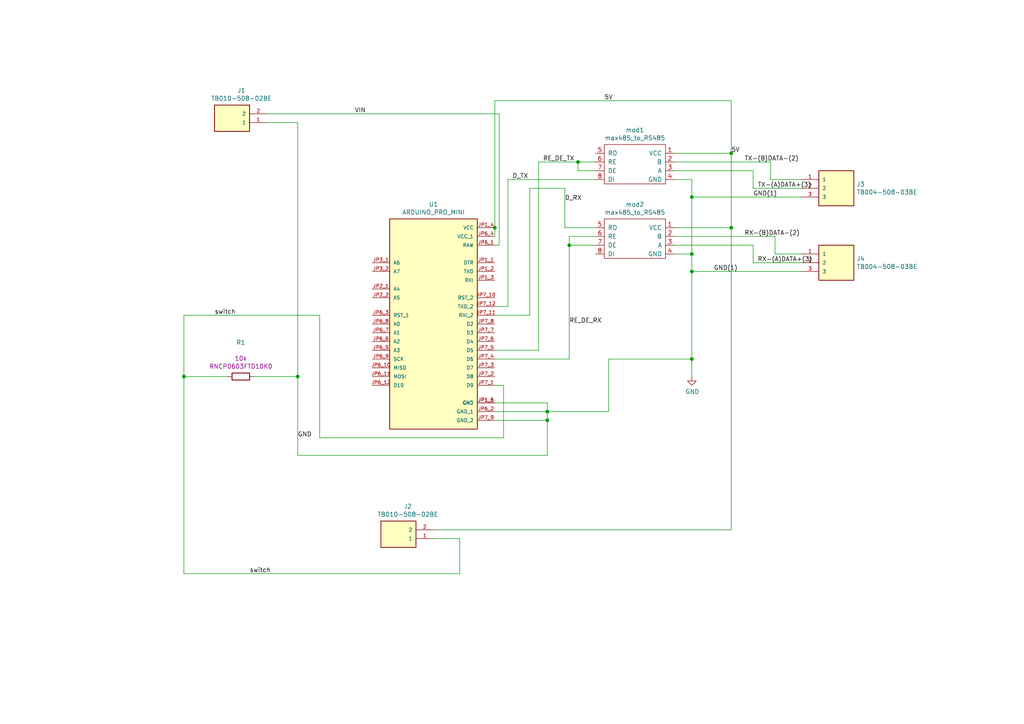
<source format=kicad_sch>
(kicad_sch (version 20230121) (generator eeschema)
  (paper "A4")
  (lib_symbols
    (symbol "dmx_interceptor:ARDUINO_PRO_MINI" (pin_names (offset 1.016))
      (property "Reference" "U" (at -12.7 31.75 0))
      (property "Value" "ARDUINO_PRO_MINI" (at -12.7 -33.02 0))
      (symbol "ARDUINO_PRO_MINI_0_0"
        (rectangle (start -12.7 -30.48) (end 12.7 30.48) (stroke (width 0.254)) (fill (type background)))
        (pin input line (at 17.78 17.78 180) (length 5.08) (name "DTR") (number "JP1_1"))
        (pin bidirectional line (at 17.78 15.24 180) (length 5.08) (name "TXO") (number "JP1_2"))
        (pin bidirectional line (at 17.78 12.7 180) (length 5.08) (name "RXI") (number "JP1_3"))
        (pin power_in line (at 17.78 27.94 180) (length 5.08) (name "VCC") (number "JP1_4"))
        (pin power_in line (at 17.78 -22.86 180) (length 5.08) (name "GND") (number "JP1_5"))
        (pin power_in line (at 17.78 -22.86 180) (length 5.08) (name "GND") (number "JP1_6"))
        (pin bidirectional line (at -17.78 10.16 0) (length 5.08) (name "A4") (number "JP2_1"))
        (pin bidirectional line (at -17.78 7.62 0) (length 5.08) (name "A5") (number "JP2_2"))
        (pin input line (at -17.78 17.78 0) (length 5.08) (name "A6") (number "JP3_1"))
        (pin input line (at -17.78 15.24 0) (length 5.08) (name "A7") (number "JP3_2"))
        (pin power_in line (at 17.78 22.86 180) (length 5.08) (name "RAW") (number "JP6_1"))
        (pin bidirectional line (at -17.78 -12.7 0) (length 5.08) (name "MISO") (number "JP6_10"))
        (pin bidirectional line (at -17.78 -15.24 0) (length 5.08) (name "MOSI") (number "JP6_11"))
        (pin bidirectional line (at -17.78 -17.78 0) (length 5.08) (name "D10") (number "JP6_12"))
        (pin power_in line (at 17.78 -25.4 180) (length 5.08) (name "GND_1") (number "JP6_2"))
        (pin input line (at -17.78 2.54 0) (length 5.08) (name "RST_1") (number "JP6_3"))
        (pin power_in line (at 17.78 25.4 180) (length 5.08) (name "VCC_1") (number "JP6_4"))
        (pin bidirectional line (at -17.78 -7.62 0) (length 5.08) (name "A3") (number "JP6_5"))
        (pin bidirectional line (at -17.78 -5.08 0) (length 5.08) (name "A2") (number "JP6_6"))
        (pin bidirectional line (at -17.78 -2.54 0) (length 5.08) (name "A1") (number "JP6_7"))
        (pin bidirectional line (at -17.78 0 0) (length 5.08) (name "A0") (number "JP6_8"))
        (pin bidirectional line (at -17.78 -10.16 0) (length 5.08) (name "SCK") (number "JP6_9"))
        (pin bidirectional line (at 17.78 -17.78 180) (length 5.08) (name "D9") (number "JP7_1"))
        (pin input line (at 17.78 7.62 180) (length 5.08) (name "RST_2") (number "JP7_10"))
        (pin bidirectional line (at 17.78 2.54 180) (length 5.08) (name "RXI_2") (number "JP7_11"))
        (pin bidirectional line (at 17.78 5.08 180) (length 5.08) (name "TXO_2") (number "JP7_12"))
        (pin bidirectional line (at 17.78 -15.24 180) (length 5.08) (name "D8") (number "JP7_2"))
        (pin bidirectional line (at 17.78 -12.7 180) (length 5.08) (name "D7") (number "JP7_3"))
        (pin bidirectional line (at 17.78 -10.16 180) (length 5.08) (name "D6") (number "JP7_4"))
        (pin bidirectional line (at 17.78 -7.62 180) (length 5.08) (name "D5") (number "JP7_5"))
        (pin bidirectional line (at 17.78 -5.08 180) (length 5.08) (name "D4") (number "JP7_6"))
        (pin bidirectional line (at 17.78 -2.54 180) (length 5.08) (name "D3") (number "JP7_7"))
        (pin bidirectional line (at 17.78 0 180) (length 5.08) (name "D2") (number "JP7_8"))
        (pin power_in line (at 17.78 -27.94 180) (length 5.08) (name "GND_2") (number "JP7_9"))
      )
    )
    (symbol "dmx_interceptor:R-generic" (pin_numbers hide) (pin_names (offset 0) hide)
      (property "Reference" "R" (at 2.032 0 90))
      (symbol "R-generic_0_1"
        (rectangle (start -1.016 -2.54) (end 1.016 2.54) (stroke (width 0.254)))
      )
      (symbol "R-generic_1_1"
        (pin passive line (at 0 3.81 270) (length 1.27) (name "~") (number "1"))
        (pin passive line (at 0 -3.81 90) (length 1.27) (name "~") (number "2"))
      )
    )
    (symbol "dmx_interceptor:TB004-508-03BE" (pin_names (offset 1.016))
      (property "Reference" "J" (at -5.588 5.08 0))
      (property "Value" "TB004-508-03BE" (at -5.08 -7.62 0))
      (symbol "TB004-508-03BE_0_0"
        (rectangle (start -5.08 -5.08) (end 5.08 5.08) (stroke (width 0.254)) (fill (type background)))
        (pin passive line (at -10.16 2.54 0) (length 5.08) (name "1") (number "1"))
        (pin passive line (at -10.16 0 0) (length 5.08) (name "2") (number "2"))
        (pin passive line (at -10.16 -2.54 0) (length 5.08) (name "3") (number "3"))
      )
    )
    (symbol "dmx_interceptor:TB010-508-02BE" (pin_names (offset 1.016))
      (property "Reference" "J" (at -5.588 5.08 0))
      (property "Value" "TB010-508-02BE" (at -5.08 -5.08 0))
      (symbol "TB010-508-02BE_0_0"
        (rectangle (start -5.08 -2.54) (end 5.08 5.08) (stroke (width 0.254)) (fill (type background)))
        (pin passive line (at -10.16 2.54 0) (length 5.08) (name "1") (number "1"))
        (pin passive line (at -10.16 0 0) (length 5.08) (name "2") (number "2"))
      )
    )
    (symbol "dmx_interceptor:max485_to_RS485" (pin_names (offset 1.016))
      (property "Reference" "mod" (at -6.35 -1.27 0))
      (property "Value" "max485_to_RS485" (at 0 12.7 0))
      (symbol "max485_to_RS485_0_1"
        (rectangle (start -8.89 0) (end 8.89 11.43))
      )
      (symbol "max485_to_RS485_1_1"
        (pin input line (at 11.43 8.89 180) (length 2.54) (name "VCC") (number "1"))
        (pin bidirectional line (at 11.43 6.35 180) (length 2.54) (name "B") (number "2"))
        (pin bidirectional line (at 11.43 3.81 180) (length 2.54) (name "A") (number "3"))
        (pin bidirectional line (at 11.43 1.27 180) (length 2.54) (name "GND") (number "4"))
        (pin bidirectional line (at -11.43 8.89 0) (length 2.54) (name "RO") (number "5"))
        (pin bidirectional line (at -11.43 6.35 0) (length 2.54) (name "RE") (number "6"))
        (pin bidirectional line (at -11.43 3.81 0) (length 2.54) (name "DE") (number "7"))
        (pin bidirectional line (at -11.43 1.27 0) (length 2.54) (name "DI") (number "8"))
      )
    )
    (symbol "power:GND" (power) (pin_names (offset 0))
      (property "Value" "GND" (at 0 -3.81 0))
      (symbol "GND_0_1"
        (polyline (pts (xy 0 0) (xy 0 -1.27) (xy 1.27 -1.27) (xy 0 -2.54) (xy -1.27 -1.27) (xy 0 -1.27)))
      )
      (symbol "GND_1_1"
        (pin power_in line (at 0 0 270) (length 0) hide (name "GND") (number "1"))
      )
    )
  )
  (junction (at 143.51 66.04))
  (junction (at 200.66 73.66))
  (junction (at 158.75 119.38))
  (junction (at 212.09 66.04))
  (junction (at 158.75 121.92))
  (junction (at 167.64 46.99))
  (junction (at 200.66 78.74))
  (junction (at 53.34 109.22))
  (junction (at 200.66 104.14))
  (junction (at 165.1 71.12))
  (junction (at 212.09 44.45))
  (junction (at 86.36 109.22))
  (junction (at 200.66 57.15))
  (wire (pts (xy 153.67 91.44) (xy 153.67 54.61)))
  (wire (pts (xy 176.53 104.14) (xy 176.53 119.38)))
  (wire (pts (xy 86.36 35.56) (xy 86.36 109.22)))
  (wire (pts (xy 147.32 52.07) (xy 147.32 88.9)))
  (wire (pts (xy 195.58 68.58) (xy 224.79 68.58)))
  (wire (pts (xy 92.71 91.44) (xy 92.71 127)))
  (wire (pts (xy 223.52 52.07) (xy 232.41 52.07)))
  (wire (pts (xy 163.83 66.04) (xy 172.72 66.04)))
  (wire (pts (xy 195.58 52.07) (xy 200.66 52.07)))
  (wire (pts (xy 195.58 49.53) (xy 218.44 49.53)))
  (wire (pts (xy 144.78 33.02) (xy 144.78 71.12)))
  (wire (pts (xy 133.35 156.21) (xy 133.35 166.37)))
  (wire (pts (xy 176.53 119.38) (xy 158.75 119.38)))
  (wire (pts (xy 143.51 29.21) (xy 143.51 66.04)))
  (wire (pts (xy 212.09 66.04) (xy 195.58 66.04)))
  (wire (pts (xy 212.09 66.04) (xy 212.09 153.67)))
  (wire (pts (xy 218.44 71.12) (xy 218.44 76.2)))
  (wire (pts (xy 200.66 109.22) (xy 200.66 104.14)))
  (wire (pts (xy 133.35 166.37) (xy 53.34 166.37)))
  (wire (pts (xy 143.51 121.92) (xy 158.75 121.92)))
  (wire (pts (xy 143.51 91.44) (xy 153.67 91.44)))
  (wire (pts (xy 218.44 54.61) (xy 232.41 54.61)))
  (wire (pts (xy 200.66 78.74) (xy 200.66 73.66)))
  (wire (pts (xy 223.52 52.07) (xy 223.52 46.99)))
  (wire (pts (xy 232.41 78.74) (xy 200.66 78.74)))
  (wire (pts (xy 143.51 66.04) (xy 143.51 68.58)))
  (wire (pts (xy 232.41 57.15) (xy 200.66 57.15)))
  (wire (pts (xy 224.79 68.58) (xy 224.79 73.66)))
  (wire (pts (xy 218.44 76.2) (xy 232.41 76.2)))
  (wire (pts (xy 172.72 52.07) (xy 147.32 52.07)))
  (wire (pts (xy 77.47 35.56) (xy 86.36 35.56)))
  (wire (pts (xy 53.34 109.22) (xy 53.34 91.44)))
  (wire (pts (xy 143.51 101.6) (xy 156.21 101.6)))
  (wire (pts (xy 143.51 116.84) (xy 158.75 116.84)))
  (wire (pts (xy 146.05 127) (xy 146.05 111.76)))
  (wire (pts (xy 125.73 153.67) (xy 212.09 153.67)))
  (wire (pts (xy 53.34 91.44) (xy 92.71 91.44)))
  (wire (pts (xy 143.51 29.21) (xy 212.09 29.21)))
  (wire (pts (xy 158.75 116.84) (xy 158.75 119.38)))
  (wire (pts (xy 143.51 111.76) (xy 146.05 111.76)))
  (wire (pts (xy 125.73 156.21) (xy 133.35 156.21)))
  (wire (pts (xy 143.51 104.14) (xy 165.1 104.14)))
  (wire (pts (xy 92.71 127) (xy 146.05 127)))
  (wire (pts (xy 143.51 119.38) (xy 158.75 119.38)))
  (wire (pts (xy 167.64 46.99) (xy 156.21 46.99)))
  (wire (pts (xy 73.66 109.22) (xy 86.36 109.22)))
  (wire (pts (xy 163.83 54.61) (xy 163.83 66.04)))
  (wire (pts (xy 143.51 88.9) (xy 147.32 88.9)))
  (wire (pts (xy 167.64 49.53) (xy 167.64 46.99)))
  (wire (pts (xy 165.1 71.12) (xy 165.1 104.14)))
  (wire (pts (xy 153.67 54.61) (xy 163.83 54.61)))
  (wire (pts (xy 200.66 52.07) (xy 200.66 57.15)))
  (wire (pts (xy 224.79 73.66) (xy 232.41 73.66)))
  (wire (pts (xy 165.1 71.12) (xy 172.72 71.12)))
  (wire (pts (xy 143.51 71.12) (xy 144.78 71.12)))
  (wire (pts (xy 195.58 44.45) (xy 212.09 44.45)))
  (wire (pts (xy 195.58 71.12) (xy 218.44 71.12)))
  (wire (pts (xy 158.75 119.38) (xy 158.75 121.92)))
  (wire (pts (xy 200.66 104.14) (xy 200.66 78.74)))
  (wire (pts (xy 212.09 44.45) (xy 212.09 66.04)))
  (wire (pts (xy 172.72 49.53) (xy 167.64 49.53)))
  (wire (pts (xy 200.66 104.14) (xy 176.53 104.14)))
  (wire (pts (xy 212.09 44.45) (xy 212.09 29.21)))
  (wire (pts (xy 200.66 57.15) (xy 200.66 73.66)))
  (wire (pts (xy 66.04 109.22) (xy 53.34 109.22)))
  (wire (pts (xy 218.44 49.53) (xy 218.44 54.61)))
  (wire (pts (xy 172.72 68.58) (xy 165.1 68.58)))
  (wire (pts (xy 158.75 132.08) (xy 86.36 132.08)))
  (wire (pts (xy 156.21 46.99) (xy 156.21 101.6)))
  (wire (pts (xy 158.75 121.92) (xy 158.75 132.08)))
  (wire (pts (xy 77.47 33.02) (xy 144.78 33.02)))
  (wire (pts (xy 200.66 73.66) (xy 195.58 73.66)))
  (wire (pts (xy 167.64 46.99) (xy 172.72 46.99)))
  (wire (pts (xy 53.34 166.37) (xy 53.34 109.22)))
  (wire (pts (xy 86.36 132.08) (xy 86.36 109.22)))
  (wire (pts (xy 195.58 46.99) (xy 223.52 46.99)))
  (wire (pts (xy 165.1 68.58) (xy 165.1 71.12)))
  (label "GND" (at 86.36 127 0))
  (label "5V" (at 212.09 44.45 0))
  (label "VIN" (at 102.87 33.02 0))
  (label "5V" (at 175.26 29.21 0))
  (label "RX-(A)DATA+(3)" (at 219.71 76.2 0))
  (label "RX-(B)DATA-(2)" (at 215.9 68.58 0))
  (label "GND(1)" (at 218.44 57.15 0))
  (label "RE_DE_TX" (at 157.48 46.99 0))
  (label "D_TX" (at 148.59 52.07 0))
  (label "RE_DE_RX" (at 165.1 93.98 0))
  (label "switch" (at 72.39 166.37 0))
  (label "TX-(B)DATA-(2)" (at 215.9 46.99 0))
  (label "TX-(A)DATA+(3)" (at 219.71 54.61 0))
  (label "D_RX" (at 163.83 58.42 0))
  (label "switch" (at 62.23 91.44 0))
  (label "GND(1)" (at 207.01 78.74 0))
  (symbol (lib_id "dmx_interceptor:TB004-508-03BE") (at 242.57 54.61 0) (unit 1)
    (property "Reference" "J3" (at 248.412 53.4416 0) (effects (justify left)))
    (property "Value" "TB004-508-03BE" (at 248.412 55.753 0) (effects (justify left)))
    (property "Footprint" "dmx_interceptor:CUI_TB004-508-03BE" (effects hide))
    (property "STANDARD" "Manufacturer Recommendations" (effects hide))
    (property "MANUFACTURER" "CUI" (effects hide))
    (property "mpn" "TB004-508-03BE" (effects hide))
    (property "MPN" "TB004-508-03BE" (effects hide))
  )
  (symbol (lib_id "dmx_interceptor:TB004-508-03BE") (at 242.57 76.2 0) (unit 1)
    (property "Reference" "J4" (at 248.412 75.0316 0) (effects (justify left)))
    (property "Value" "TB004-508-03BE" (at 248.412 77.343 0) (effects (justify left)))
    (property "Footprint" "dmx_interceptor:CUI_TB004-508-03BE" (effects hide))
    (property "STANDARD" "Manufacturer Recommendations" (effects hide))
    (property "MANUFACTURER" "CUI" (effects hide))
    (property "mpn" "TB004-508-03BE" (effects hide))
    (property "MPN" "TB004-508-03BE" (effects hide))
  )
  (symbol (lib_id "dmx_interceptor:TB010-508-02BE") (at 115.57 153.67 180) (unit 1)
    (property "Reference" "J2" (at 118.2878 146.8882 0))
    (property "Value" "TB010-508-02BE" (at 118.2878 149.1996 0))
    (property "Footprint" "dmx_interceptor:CUI_TB010-508-02BE" (effects hide))
    (property "MANUFACTURER" "CUI" (effects hide))
    (property "STANDARD" "Manufacturer Recommendations" (effects hide))
    (property "mnp" "TB010-508-02BE" (effects hide))
    (property "MPN" "TB010-508-02BE" (effects hide))
  )
  (symbol (lib_id "dmx_interceptor:R-generic") (at 69.85 109.22 270) (unit 1)
    (property "Reference" "R1" (at 69.85 99.3394 90))
    (property "Value" "R-generic" (effects hide))
    (property "Footprint" "dmx_interceptor:smd_0603_1608-Metric" (effects hide))
    (property "Resistance" "10k" (at 69.85 103.9622 90))
    (property "MPN" "RNCP0603FTD10K0" (at 69.85 106.2736 90))
  )
  (symbol (lib_id "dmx_interceptor:max485_to_RS485") (at 184.15 53.34 0) (unit 1)
    (property "Reference" "mod1" (at 184.15 37.719 0))
    (property "Value" "max485_to_RS485" (at 184.15 40.0304 0))
    (property "Footprint" "dmx_interceptor:max485_to_rs485" (effects hide))
  )
  (symbol (lib_id "dmx_interceptor:max485_to_RS485") (at 184.15 74.93 0) (unit 1)
    (property "Reference" "mod2" (at 184.15 59.309 0))
    (property "Value" "max485_to_RS485" (at 184.15 61.6204 0))
    (property "Footprint" "dmx_interceptor:max485_to_rs485" (effects hide))
  )
  (symbol (lib_id "dmx_interceptor:TB010-508-02BE") (at 67.31 33.02 180) (unit 1)
    (property "Reference" "J1" (at 70.0278 26.2382 0))
    (property "Value" "TB010-508-02BE" (at 70.0278 28.5496 0))
    (property "Footprint" "dmx_interceptor:CUI_TB010-508-02BE" (effects hide))
    (property "MANUFACTURER" "CUI" (effects hide))
    (property "STANDARD" "Manufacturer Recommendations" (effects hide))
    (property "mnp" "TB010-508-02BE" (effects hide))
    (property "MPN" "TB010-508-02BE" (effects hide))
  )
  (symbol (lib_id "dmx_interceptor:ARDUINO_PRO_MINI") (at 125.73 93.98 0) (unit 1)
    (property "Reference" "U1" (at 125.73 59.2582 0))
    (property "Value" "ARDUINO_PRO_MINI" (at 125.73 61.5696 0))
    (property "Footprint" "dmx_interceptor:MODULE_ARDUINO_PRO_MINI" (effects hide))
    (property "MAXIMUM_PACKAGE_HEIGHT" "N/A" (effects hide))
    (property "STANDARD" "Manufacturer Recommendations" (effects hide))
    (property "PARTREV" "N/A" (effects hide))
    (property "MANUFACTURER" "SparkFun Electronics" (effects hide))
    (property "mpn" "DEV-11113" (effects hide))
    (property "MPN" "DEV-11113" (effects hide))
  )
  (symbol (lib_id "power:GND") (at 200.66 109.22 0) (unit 1)
    (property "Reference" "#PWR01" (effects hide))
    (property "Value" "GND" (at 200.787 113.6142 0))
  )
)
</source>
